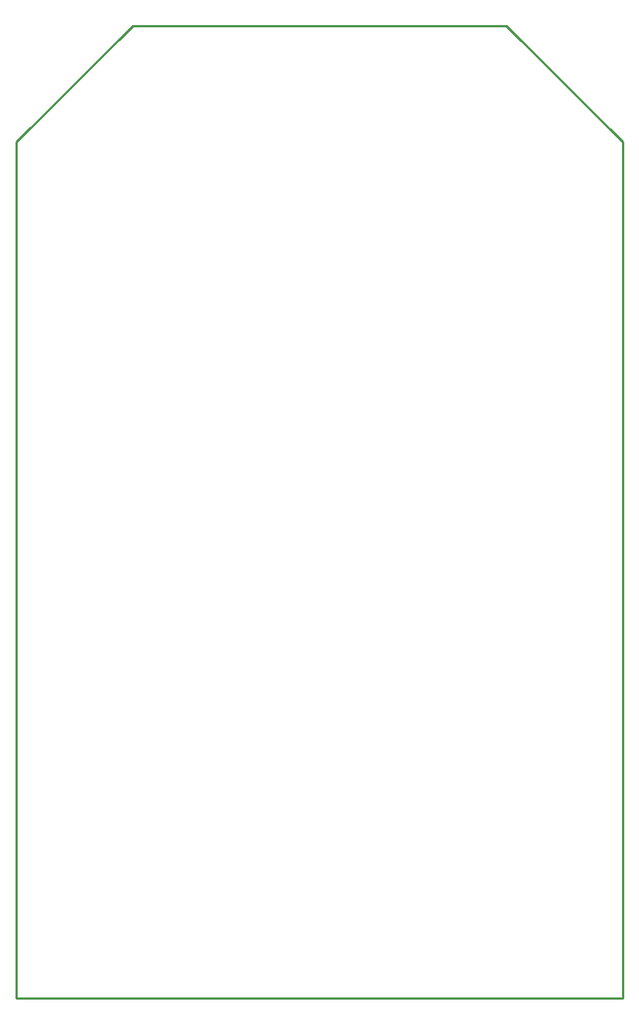
<source format=gm1>
G04 Layer_Color=16711935*
%FSLAX25Y25*%
%MOIN*%
G70*
G01*
G75*
%ADD16C,0.01000*%
D16*
X33500Y430800D02*
X86000Y483300D01*
X254900D02*
X307500Y430700D01*
Y44000D02*
Y430700D01*
X33500Y44000D02*
X307500D01*
X33500Y423888D02*
Y430800D01*
Y44000D02*
Y423888D01*
X86000Y483300D02*
X254900D01*
M02*

</source>
